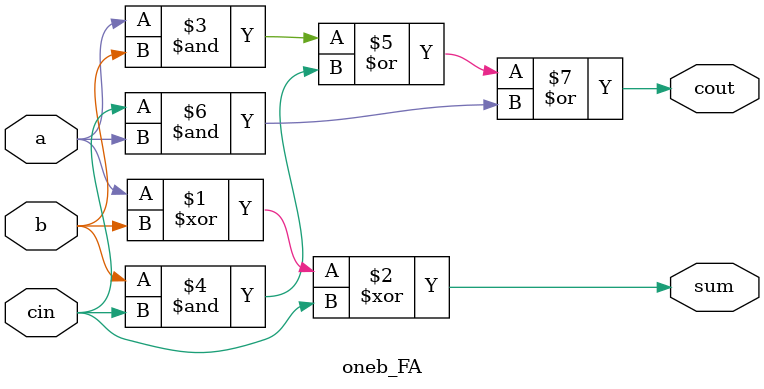
<source format=v>
module oneb_FA( a, b, cin, sum , cout);
input a ;
input b ;
input cin;
output wire sum;
output wire cout;
assign sum=a^b^cin;
assign cout=(a&b)|(b&cin)|(cin&a);
endmodule

</source>
